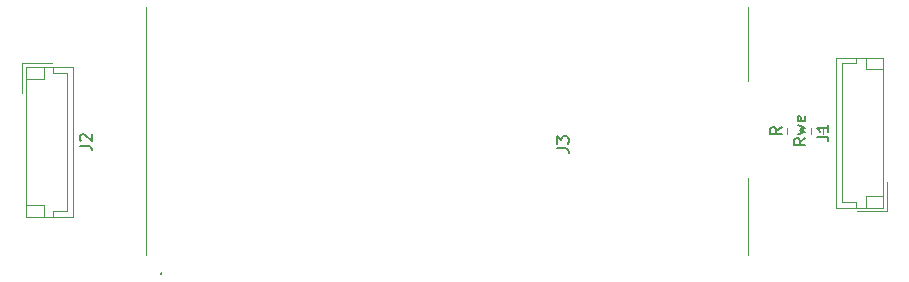
<source format=gbr>
%TF.GenerationSoftware,KiCad,Pcbnew,(6.0.6)*%
%TF.CreationDate,2022-08-15T12:46:33+09:00*%
%TF.ProjectId,aliss_03b,616c6973-735f-4303-9362-2e6b69636164,rev?*%
%TF.SameCoordinates,Original*%
%TF.FileFunction,Legend,Top*%
%TF.FilePolarity,Positive*%
%FSLAX46Y46*%
G04 Gerber Fmt 4.6, Leading zero omitted, Abs format (unit mm)*
G04 Created by KiCad (PCBNEW (6.0.6)) date 2022-08-15 12:46:33*
%MOMM*%
%LPD*%
G01*
G04 APERTURE LIST*
%ADD10C,0.150000*%
%ADD11C,0.120000*%
%ADD12C,0.100000*%
%ADD13C,0.200000*%
G04 APERTURE END LIST*
D10*
%TO.C,R*%
X147022380Y-99690476D02*
X146546190Y-100023809D01*
X147022380Y-100261904D02*
X146022380Y-100261904D01*
X146022380Y-99880952D01*
X146070000Y-99785714D01*
X146117619Y-99738095D01*
X146212857Y-99690476D01*
X146355714Y-99690476D01*
X146450952Y-99738095D01*
X146498571Y-99785714D01*
X146546190Y-99880952D01*
X146546190Y-100261904D01*
%TO.C,Rwe*%
X149022380Y-100642857D02*
X148546190Y-100976190D01*
X149022380Y-101214285D02*
X148022380Y-101214285D01*
X148022380Y-100833333D01*
X148070000Y-100738095D01*
X148117619Y-100690476D01*
X148212857Y-100642857D01*
X148355714Y-100642857D01*
X148450952Y-100690476D01*
X148498571Y-100738095D01*
X148546190Y-100833333D01*
X148546190Y-101214285D01*
X148355714Y-100309523D02*
X149022380Y-100119047D01*
X148546190Y-99928571D01*
X149022380Y-99738095D01*
X148355714Y-99547619D01*
X148974761Y-98785714D02*
X149022380Y-98880952D01*
X149022380Y-99071428D01*
X148974761Y-99166666D01*
X148879523Y-99214285D01*
X148498571Y-99214285D01*
X148403333Y-99166666D01*
X148355714Y-99071428D01*
X148355714Y-98880952D01*
X148403333Y-98785714D01*
X148498571Y-98738095D01*
X148593809Y-98738095D01*
X148689047Y-99214285D01*
%TO.C,J3*%
X127972380Y-101483333D02*
X128686666Y-101483333D01*
X128829523Y-101530952D01*
X128924761Y-101626190D01*
X128972380Y-101769047D01*
X128972380Y-101864285D01*
X127972380Y-101102380D02*
X127972380Y-100483333D01*
X128353333Y-100816666D01*
X128353333Y-100673809D01*
X128400952Y-100578571D01*
X128448571Y-100530952D01*
X128543809Y-100483333D01*
X128781904Y-100483333D01*
X128877142Y-100530952D01*
X128924761Y-100578571D01*
X128972380Y-100673809D01*
X128972380Y-100959523D01*
X128924761Y-101054761D01*
X128877142Y-101102380D01*
%TO.C,J2*%
X87579580Y-101280133D02*
X88293866Y-101280133D01*
X88436723Y-101327752D01*
X88531961Y-101422990D01*
X88579580Y-101565847D01*
X88579580Y-101661085D01*
X87674819Y-100851561D02*
X87627200Y-100803942D01*
X87579580Y-100708704D01*
X87579580Y-100470609D01*
X87627200Y-100375371D01*
X87674819Y-100327752D01*
X87770057Y-100280133D01*
X87865295Y-100280133D01*
X88008152Y-100327752D01*
X88579580Y-100899180D01*
X88579580Y-100280133D01*
%TO.C,J1*%
X149954780Y-100501933D02*
X150669066Y-100501933D01*
X150811923Y-100549552D01*
X150907161Y-100644790D01*
X150954780Y-100787647D01*
X150954780Y-100882885D01*
X150954780Y-99501933D02*
X150954780Y-100073361D01*
X150954780Y-99787647D02*
X149954780Y-99787647D01*
X150097638Y-99882885D01*
X150192876Y-99978123D01*
X150240495Y-100073361D01*
D11*
%TO.C,R*%
X147477500Y-100237258D02*
X147477500Y-99762742D01*
X148522500Y-100237258D02*
X148522500Y-99762742D01*
%TO.C,Rwe*%
X150522500Y-100237258D02*
X150522500Y-99762742D01*
X149477500Y-100237258D02*
X149477500Y-99762742D01*
D12*
%TO.C,J3*%
X144170000Y-110540000D02*
X144170000Y-104040000D01*
X93170000Y-110540000D02*
X93170000Y-89540000D01*
X144170000Y-104040000D02*
X144170000Y-104040000D01*
D13*
X94470000Y-112040000D02*
X94470000Y-112040000D01*
D12*
X144170000Y-95790000D02*
X144170000Y-95790000D01*
X144170000Y-110540000D02*
X144170000Y-110540000D01*
D13*
X94470000Y-112140000D02*
X94470000Y-112140000D01*
D12*
X144170000Y-95790000D02*
X144170000Y-89540000D01*
X93170000Y-89540000D02*
X93170000Y-110540000D01*
X144170000Y-89540000D02*
X144170000Y-95790000D01*
X93170000Y-110540000D02*
X93170000Y-110540000D01*
D13*
X94470000Y-112140000D02*
X94470000Y-112140000D01*
D12*
X93170000Y-89540000D02*
X93170000Y-89540000D01*
X144170000Y-104040000D02*
X144170000Y-110540000D01*
X144170000Y-89540000D02*
X144170000Y-89540000D01*
D13*
X94470000Y-112040000D02*
G75*
G03*
X94470000Y-112140000I0J-50000D01*
G01*
X94470000Y-112140000D02*
G75*
G03*
X94470000Y-112040000I0J50000D01*
G01*
X94470000Y-112140000D02*
G75*
G03*
X94470000Y-112040000I0J50000D01*
G01*
D11*
%TO.C,J2*%
X87037200Y-94586800D02*
X83017200Y-94586800D01*
X87037200Y-107306800D02*
X87037200Y-94586800D01*
X84517200Y-107306800D02*
X84517200Y-106306800D01*
X86537200Y-106806800D02*
X85327200Y-106806800D01*
X84517200Y-94586800D02*
X84517200Y-95586800D01*
X85327200Y-95086800D02*
X86537200Y-95086800D01*
X84517200Y-106306800D02*
X83017200Y-106306800D01*
X85327200Y-106806800D02*
X85327200Y-107306800D01*
X86537200Y-95086800D02*
X86537200Y-106806800D01*
X84517200Y-95586800D02*
X83017200Y-95586800D01*
X83017200Y-107306800D02*
X87037200Y-107306800D01*
X85327200Y-94586800D02*
X85327200Y-95086800D01*
X85217200Y-94286800D02*
X82717200Y-94286800D01*
X83017200Y-94586800D02*
X83017200Y-107306800D01*
X82717200Y-94286800D02*
X82717200Y-96786800D01*
%TO.C,J1*%
X151592400Y-106528600D02*
X155612400Y-106528600D01*
X151592400Y-93808600D02*
X151592400Y-106528600D01*
X154112400Y-93808600D02*
X154112400Y-94808600D01*
X152092400Y-94308600D02*
X153302400Y-94308600D01*
X154112400Y-106528600D02*
X154112400Y-105528600D01*
X153302400Y-106028600D02*
X152092400Y-106028600D01*
X154112400Y-94808600D02*
X155612400Y-94808600D01*
X153302400Y-94308600D02*
X153302400Y-93808600D01*
X152092400Y-106028600D02*
X152092400Y-94308600D01*
X154112400Y-105528600D02*
X155612400Y-105528600D01*
X155612400Y-93808600D02*
X151592400Y-93808600D01*
X153302400Y-106528600D02*
X153302400Y-106028600D01*
X153412400Y-106828600D02*
X155912400Y-106828600D01*
X155612400Y-106528600D02*
X155612400Y-93808600D01*
X155912400Y-106828600D02*
X155912400Y-104328600D01*
%TD*%
M02*

</source>
